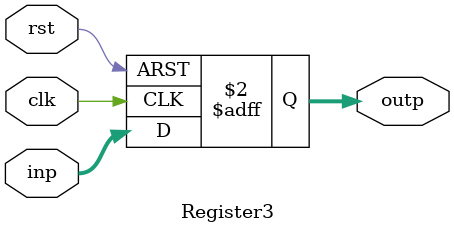
<source format=v>
module Register3(
	clk,
	rst,
	inp,
	outp
);

	input clk;
	input rst;
	input [2:0] inp;
	output reg [2:0] outp;

	always @(posedge clk, posedge rst) begin
		if (rst) 
			outp <= 0;
			else 
			outp <= inp;
	end

endmodule

</source>
